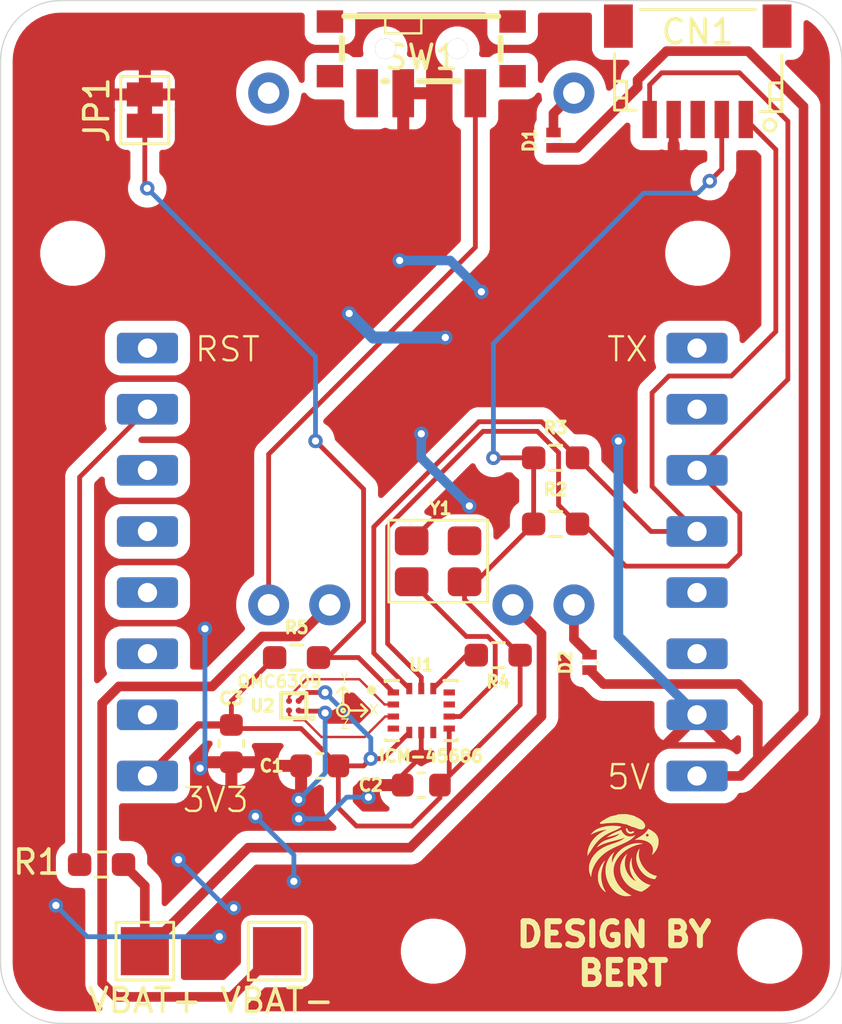
<source format=kicad_pcb>
(kicad_pcb (version 20241229) (generator "pcbnew") (generator_version "9.0")
  (layers (0 "F.Cu" signal) (2 "B.Cu" signal) (13 "F.Paste" user) (15 "B.Paste" user) (5 "F.SilkS" user "F.Silkscreen") (7 "B.SilkS" user "B.Silkscreen") (1 "F.Mask" user) (3 "B.Mask" user) (25 "Edge.Cuts" user))
  (net 0 "")
  (net 1 "Net-(U4-B+)")
  (net 2 "Net-(U3-A0)")
  (net 3 "+3V3")
  (net 4 "SCL")
  (net 5 "SDA")
  (net 6 "Net-(U1-AP_CS)")
  (net 7 "Net-(JP1-B)")
  (net 8 "GND")
  (net 9 "SDX")
  (net 10 "SCX")
  (net 11 "Net-(U4-OUT-)")
  (net 13 "Net-(U4-B-)")
  (net 14 "Net-(U4-IN+)")
  (net 15 "Net-(U4-OUT+)")
  (net 24 "+5V")
  (net 36 "CLK")
  (footprint "Jumper:SolderJumper-2_P1.3mm_Bridged_Pad1.0x1.5mm" (layer "F.Cu") (at 128.5 74.55 -90)
    (property "Reference" "JP1" (at 0 2 90) (layer "F.SilkS"))
    (property "Value" "SolderJumper_2_Bridged" (hide yes))
    (fp_poly (pts (xy -0.25 -0.3) (xy 0.25 -0.3) (xy 0.25 0.3) (xy -0.25 0.3)) (fill yes) (layer "F.Cu"))
    (pad "1" smd rect (at -0.65 0 270) (size 1 1.5) (layers "F.Cu" "F.Mask") (net 8 "GND"))
    (pad "2" smd rect (at 0.65 0 270) (size 1 1.5) (layers "F.Cu" "F.Mask") (net 7 "Net-(JP1-B)"))
  )
  (footprint "PMEG3010ESBYL:SOD993_L1.0-W0.6-LS1.0-RD" (layer "F.Cu") (at 147 97.5 90)
    (property "Reference" "D2" (at 0 -1 90) (layer "F.SilkS") (effects (font (size 0.5 0.5) (thickness 0.125))))
    (property "Value" "PMEG3010ESBYL" (hide yes))
    (pad "1" smd rect (at -0.32 0 90) (size 0.4 0.6) (layers "F.Cu" "F.Mask" "F.Paste") (net 24 "+5V"))
    (pad "2" smd rect (at 0.32 0 90) (size 0.4 0.6) (layers "F.Cu" "F.Mask" "F.Paste") (net 15 "Net-(U4-OUT+)"))
  )
  (footprint "QMC6309-lib:X1-WLB0808-4_L0.8-W0.8-P0.40-TL" (layer "F.Cu") (at 134.7 99.3 180)
    (property "Reference" "U2" (at 1.3 0 0) (layer "F.SilkS") (effects (font (size 0.5 0.5) (thickness 0.125))))
    (property "Value" "QMC6309" (at 0.6 1 0) (layer "F.SilkS") (effects (font (size 0.5 0.5) (thickness 0.1) (bold yes))))
    (pad "A1" smd circle (at -0.2 -0.2 180) (size 0.25 0.25) (layers "F.Cu" "F.Mask" "F.Paste") (net 8 "GND") (clearance 0.1))
    (pad "A2" smd circle (at 0.2 -0.2 180) (size 0.25 0.25) (layers "F.Cu" "F.Mask" "F.Paste") (net 10 "SCX"))
    (pad "B1" smd circle (at -0.2 0.2 180) (size 0.25 0.25) (layers "F.Cu" "F.Mask" "F.Paste") (net 3 "+3V3") (clearance 0.1))
    (pad "B2" smd circle (at 0.2 0.2 180) (size 0.25 0.25) (layers "F.Cu" "F.Mask" "F.Paste") (net 9 "SDX"))
  )
  (footprint "PMEG3010ESBYL:SOD993_L1.0-W0.6-LS1.0-RD" (layer "F.Cu") (at 145.5 75.8 90)
    (property "Reference" "D1" (at 0 -1 90) (layer "F.SilkS") (effects (font (size 0.5 0.5) (thickness 0.125))))
    (property "Value" "PMEG3010ESBYL" (hide yes))
    (pad "1" smd rect (at -0.32 0 90) (size 0.4 0.6) (layers "F.Cu" "F.Mask" "F.Paste") (net 24 "+5V"))
    (pad "2" smd rect (at 0.32 0 90) (size 0.4 0.6) (layers "F.Cu" "F.Mask" "F.Paste") (net 14 "Net-(U4-IN+)"))
  )
  (footprint "Resistor_SMD:R_0603_1608Metric_Pad0.98x0.95mm_HandSolder" (layer "F.Cu") (at 143.2 97.2 180)
    (property "Reference" "R4" (at 0 -1.11 0) (layer "F.SilkS") (effects (font (size 0.5 0.5) (thickness 0.125))))
    (property "Value" "10K" (hide yes))
    (pad "1" smd roundrect (at -0.9125 0 180) (size 0.975 0.95) (layers "F.Cu" "F.Mask" "F.Paste") (net 3 "+3V3"))
    (pad "2" smd roundrect (at 0.9125 0 180) (size 0.975 0.95) (layers "F.Cu" "F.Mask" "F.Paste") (net 6 "Net-(U1-AP_CS)"))
  )
  (footprint "Personal:bird" (layer "F.Cu") (at 148.4 105.5)
    (property "Reference" "G***" (hide yes))
    (property "Value" "LOGO" (hide yes))
  )
  (footprint "Capacitor_SMD:C_0603_1608Metric" (layer "F.Cu") (at 140 102.6 180)
    (property "Reference" "C2" (at 2.1 0 0) (layer "F.SilkS") (effects (font (size 0.5 0.5) (thickness 0.125))))
    (property "Value" "100nF")
    (pad "1" smd roundrect (at -0.775 0 180) (size 0.9 0.95) (layers "F.Cu" "F.Mask" "F.Paste") (net 3 "+3V3"))
    (pad "2" smd roundrect (at 0.775 0 180) (size 0.9 0.95) (layers "F.Cu" "F.Mask" "F.Paste") (net 8 "GND"))
  )
  (footprint "MountingHole:MountingHole_2.2mm_M2" (layer "F.Cu") (at 125.5 80.5)
    (property "Reference" "REF**" (hide yes))
    (property "Value" "MountingHole_2.2mm_M2" (hide yes))
    (pad "" np_thru_hole circle (at 0 0) (size 2.2 2.2) (drill 2.2) (layers "*.Cu" "*.Mask"))
  )
  (footprint "Resistor_SMD:R_0603_1608Metric_Pad0.98x0.95mm_HandSolder" (layer "F.Cu") (at 145.5875 89)
    (property "Reference" "R3" (at 0 -1.25 0) (layer "F.SilkS") (effects (font (size 0.5 0.5) (thickness 0.125))))
    (property "Value" "10K" (hide yes))
    (pad "1" smd roundrect (at -0.9125 0) (size 0.975 0.95) (layers "F.Cu" "F.Mask" "F.Paste") (net 3 "+3V3"))
    (pad "2" smd roundrect (at 0.9125 0) (size 0.975 0.95) (layers "F.Cu" "F.Mask" "F.Paste") (net 5 "SDA"))
  )
  (footprint "Personal:CONN-SMD_SM05B-SRSS-TB-LF-SN" (layer "F.Cu") (at 151.5 73 180)
    (property "Reference" "CN1" (at 0 1.7 0) (layer "F.SilkS"))
    (property "Value" "SM05B-SRSS-TB (LF)(SN)" (hide yes))
    (pad "1" smd rect (at -2 -1.94 180) (size 0.6 1.55) (layers "F.Cu" "F.Mask" "F.Paste") (net 5 "SDA"))
    (pad "2" smd rect (at -1 -1.94 180) (size 0.6 1.55) (layers "F.Cu" "F.Mask" "F.Paste") (net 3 "+3V3"))
    (pad "3" smd rect (at 0 -1.94 180) (size 0.6 1.55) (layers "F.Cu" "F.Mask" "F.Paste"))
    (pad "4" smd rect (at 1 -1.94 180) (size 0.6 1.55) (layers "F.Cu" "F.Mask" "F.Paste") (net 8 "GND"))
    (pad "5" smd rect (at 2 -1.94 180) (size 0.6 1.55) (layers "F.Cu" "F.Mask" "F.Paste") (net 4 "SCL"))
    (pad "6" smd rect (at -3.3 1.94 180) (size 1.2 1.8) (layers "F.Cu" "F.Mask" "F.Paste"))
    (pad "7" smd rect (at 3.3 1.94 180) (size 1.2 1.8) (layers "F.Cu" "F.Mask" "F.Paste"))
  )
  (footprint "TestPoint:TestPoint_Pad_2.0x2.0mm" (layer "F.Cu") (at 128.5 109.5)
    (property "Reference" "H1" (hide yes))
    (property "Value" "VBAT+" (at 0 2.05 0) (layer "F.SilkS"))
    (pad "1" smd rect (at 0 0) (size 2 2) (layers "F.Cu" "F.Mask") (net 1 "Net-(U4-B+)"))
  )
  (footprint "Personal:D1-Mini" (layer "F.Cu") (at 140.04 97.14)
    (property "Reference" "U3" (hide yes))
    (property "Value" "~")
    (fp_text user "5V" (at 7.62 5.715 0) (layer "F.SilkS") (effects (font (thickness 0.1)) (justify left bottom)))
    (fp_text user "3V3" (at -10.04 6.66 0) (layer "F.SilkS") (effects (font (thickness 0.1)) (justify left bottom)))
    (fp_text user "TX" (at 7.62 -12.065 0) (layer "F.SilkS") (effects (font (thickness 0.1)) (justify left bottom)))
    (fp_text user "RST" (at -9.525 -12.065 0) (layer "F.SilkS") (effects (font (thickness 0.1)) (justify left bottom)))
    (pad "1" thru_hole roundrect (at -11.43 -12.7) (size 2.54 1.27) (drill 0.8) (layers "*.Cu" "*.Mask") (roundrect_rratio 0.15))
    (pad "2" thru_hole roundrect (at -11.43 -10.16) (size 2.54 1.27) (drill 0.8) (layers "*.Cu" "*.Mask") (roundrect_rratio 0.15) (net 2 "Net-(U3-A0)"))
    (pad "3" thru_hole roundrect (at -11.43 -7.62) (size 2.54 1.27) (drill 0.8) (layers "*.Cu" "*.Mask") (roundrect_rratio 0.15))
    (pad "4" thru_hole roundrect (at -11.43 -5.08) (size 2.54 1.27) (drill 0.8) (layers "*.Cu" "*.Mask") (roundrect_rratio 0.15))
    (pad "5" thru_hole roundrect (at -11.43 -2.54) (size 2.54 1.27) (drill 0.8) (layers "*.Cu" "*.Mask") (roundrect_rratio 0.15))
    (pad "6" thru_hole roundrect (at -11.43 0) (size 2.54 1.27) (drill 0.8) (layers "*.Cu" "*.Mask") (roundrect_rratio 0.15))
    (pad "7" thru_hole roundrect (at -11.43 2.54) (size 2.54 1.27) (drill 0.8) (layers "*.Cu" "*.Mask") (roundrect_rratio 0.15))
    (pad "8" thru_hole roundrect (at -11.43 5.08) (size 2.54 1.27) (drill 0.8) (layers "*.Cu" "*.Mask") (roundrect_rratio 0.15) (net 3 "+3V3"))
    (pad "9" thru_hole roundrect (at 11.43 -12.7) (size 2.54 1.27) (drill 0.8) (layers "*.Cu" "*.Mask") (roundrect_rratio 0.15))
    (pad "10" thru_hole roundrect (at 11.43 -10.16) (size 2.54 1.27) (drill 0.8) (layers "*.Cu" "*.Mask") (roundrect_rratio 0.15))
    (pad "11" thru_hole roundrect (at 11.43 -7.62) (size 2.54 1.27) (drill 0.8) (layers "*.Cu" "*.Mask") (roundrect_rratio 0.15) (net 4 "SCL"))
    (pad "12" thru_hole roundrect (at 11.43 -5.08) (size 2.54 1.27) (drill 0.8) (layers "*.Cu" "*.Mask") (roundrect_rratio 0.15) (net 5 "SDA"))
    (pad "13" thru_hole roundrect (at 11.43 -2.54) (size 2.54 1.27) (drill 0.8) (layers "*.Cu" "*.Mask") (roundrect_rratio 0.15))
    (pad "14" thru_hole roundrect (at 11.43 0) (size 2.54 1.27) (drill 0.8) (layers "*.Cu" "*.Mask") (roundrect_rratio 0.15))
    (pad "15" thru_hole roundrect (at 11.43 2.54) (size 2.54 1.27) (drill 0.8) (layers "*.Cu" "*.Mask") (roundrect_rratio 0.15) (net 8 "GND"))
    (pad "16" thru_hole roundrect (at 11.43 5.08) (size 2.54 1.27) (drill 0.8) (layers "*.Cu" "*.Mask") (roundrect_rratio 0.15) (net 24 "+5V"))
  )
  (footprint "ICM_45686:IC_ICM-45686" (layer "F.Cu") (at 140 99.5)
    (property "Reference" "U1" (at 0 -1.9 0) (layer "F.SilkS") (effects (font (size 0.5 0.5) (thickness 0.125))))
    (property "Value" "ICM-45686" (at 0.4 1.9 0) (layer "F.SilkS") (effects (font (size 0.5 0.5) (thickness 0.125) (bold yes))))
    (fp_text user "Y" (at -3.4 -1.1 0) (layer "F.SilkS") (effects (font (size 0.4 0.4) (thickness 0.05)) (justify left bottom)))
    (fp_text user "Z" (at -3.4 0.8 0) (layer "F.SilkS") (effects (font (size 0.4 0.4) (thickness 0.05)) (justify left bottom)))
    (fp_text user "X" (at -2.2 0.2 0) (layer "F.SilkS") (effects (font (size 0.4 0.4) (thickness 0.05)) (justify left bottom)))
    (pad "1" smd rect (at -1.1625 -0.75) (size 0.475 0.25) (layers "F.Cu" "F.Paste") (net 7 "Net-(JP1-B)"))
    (pad "2" smd rect (at -1.1625 -0.25) (size 0.475 0.25) (layers "F.Cu" "F.Paste") (net 9 "SDX"))
    (pad "3" smd rect (at -1.1625 0.25) (size 0.475 0.25) (layers "F.Cu" "F.Paste") (net 10 "SCX"))
    (pad "4" smd rect (at -1.1625 0.75) (size 0.475 0.25) (layers "F.Cu" "F.Paste"))
    (pad "5" smd rect (at -0.5 0.9125) (size 0.25 0.475) (layers "F.Cu" "F.Paste") (net 3 "+3V3"))
    (pad "6" smd rect (at 0 0.9125) (size 0.25 0.475) (layers "F.Cu" "F.Paste") (net 8 "GND"))
    (pad "7" smd rect (at 0.5 0.9125) (size 0.25 0.475) (layers "F.Cu" "F.Paste"))
    (pad "8" smd rect (at 1.1625 0.75) (size 0.475 0.25) (layers "F.Cu" "F.Paste") (net 3 "+3V3"))
    (pad "9" smd rect (at 1.1625 0.25) (size 0.475 0.25) (layers "F.Cu" "F.Paste") (net 36 "CLK"))
    (pad "10" smd rect (at 1.1625 -0.25) (size 0.475 0.25) (layers "F.Cu" "F.Paste"))
    (pad "11" smd rect (at 1.1625 -0.75) (size 0.475 0.25) (layers "F.Cu" "F.Paste"))
    (pad "12" smd rect (at 0.5 -0.9125) (size 0.25 0.475) (layers "F.Cu" "F.Paste") (net 6 "Net-(U1-AP_CS)"))
    (pad "13" smd rect (at 0 -0.9125) (size 0.25 0.475) (layers "F.Cu" "F.Paste") (net 4 "SCL"))
    (pad "14" smd rect (at -0.5 -0.9125) (size 0.25 0.475) (layers "F.Cu" "F.Paste") (net 5 "SDA"))
    (zone (net 0) (net_name "") (layer "F.Cu") (connect_pads (clearance 0)) (min_thickness 0.01)
      (keepout (tracks not_allowed) (vias not_allowed) (pads not_allowed) (copperpour not_allowed) (footprints allowed))
      (fill (thermal_gap 0.508) (thermal_bridge_width 0.508))
      (polygon (pts (xy 139.1 98.85) (xy 140.9 98.85) (xy 140.9 100.15) (xy 139.1 100.15)))
    )
  )
  (footprint "Capacitor_SMD:C_0603_1608Metric" (layer "F.Cu") (at 132.1 100.875 -90)
    (property "Reference" "C3" (at -1.875 0 0) (layer "F.SilkS") (effects (font (size 0.5 0.5) (thickness 0.125))))
    (property "Value" "2.2uF")
    (pad "1" smd roundrect (at -0.775 0 270) (size 0.9 0.95) (layers "F.Cu" "F.Mask" "F.Paste") (net 3 "+3V3"))
    (pad "2" smd roundrect (at 0.775 0 270) (size 0.9 0.95) (layers "F.Cu" "F.Mask" "F.Paste") (net 8 "GND"))
  )
  (footprint "MountingHole:MountingHole_2.2mm_M2" (layer "F.Cu") (at 151.5 80.5)
    (property "Reference" "REF**" (hide yes))
    (property "Value" "MountingHole_2.2mm_M2" (hide yes))
    (pad "" np_thru_hole circle (at 0 0) (size 2.2 2.2) (drill 2.2) (layers "*.Cu" "*.Mask"))
  )
  (footprint "Resistor_SMD:R_0603_1608Metric_Pad0.98x0.95mm_HandSolder" (layer "F.Cu") (at 145.5875 91.75)
    (property "Reference" "R2" (at 0 -1.43 0) (layer "F.SilkS") (effects (font (size 0.5 0.5) (thickness 0.125))))
    (property "Value" "10K" (hide yes))
    (pad "1" smd roundrect (at -0.9125 0) (size 0.975 0.95) (layers "F.Cu" "F.Mask" "F.Paste") (net 3 "+3V3"))
    (pad "2" smd roundrect (at 0.9125 0) (size 0.975 0.95) (layers "F.Cu" "F.Mask" "F.Paste") (net 4 "SCL"))
  )
  (footprint "Personal:TP4056-USBC-MODULE" (layer "F.Cu") (at 140 84)
    (property "Reference" "U4" (hide yes))
    (property "Value" "~")
    (pad "1" thru_hole circle (at 6.35 -10.16 90) (size 1.7 1.7) (drill 0.9) (layers "*.Cu" "*.Mask") (net 14 "Net-(U4-IN+)"))
    (pad "2" thru_hole circle (at -6.35 -10.16) (size 1.7 1.7) (drill 0.9) (layers "*.Cu" "*.Mask"))
    (pad "3" thru_hole circle (at 6.35 11.11) (size 1.7 1.7) (drill 0.9) (layers "*.Cu" "*.Mask") (net 15 "Net-(U4-OUT+)"))
    (pad "4" thru_hole circle (at 3.81 11.11) (size 1.7 1.7) (drill 0.9) (layers "*.Cu" "*.Mask") (net 1 "Net-(U4-B+)"))
    (pad "5" thru_hole circle (at -3.81 11.11) (size 1.7 1.7) (drill 0.9) (layers "*.Cu" "*.Mask") (net 13 "Net-(U4-B-)"))
    (pad "6" thru_hole circle (at -6.35 11.11) (size 1.7 1.7) (drill 0.9) (layers "*.Cu" "*.Mask") (net 11 "Net-(U4-OUT-)"))
  )
  (footprint "Personal:SW-SMD_MK-12C02-G020" (layer "F.Cu") (at 140 72.36 180)
    (property "Reference" "SW1" (at 0 0 0) (layer "F.SilkS"))
    (property "Value" "MK-12C02-G020" (hide yes))
    (pad "" thru_hole circle (at -1.5 0.36 180) (size 0.85 0.85) (drill 0.85) (layers "*.Cu" "*.Mask"))
    (pad "" thru_hole circle (at 1.5 0.36 180) (size 0.85 0.85) (drill 0.85) (layers "*.Cu" "*.Mask"))
    (pad "1" smd rect (at -2.25 -1.49 180) (size 0.9 2) (layers "F.Cu" "F.Mask" "F.Paste") (net 11 "Net-(U4-OUT-)"))
    (pad "2" smd rect (at 0.75 -1.49 180) (size 0.9 2) (layers "F.Cu" "F.Mask" "F.Paste") (net 8 "GND"))
    (pad "3" smd rect (at 2.25 -1.49 180) (size 0.9 2) (layers "F.Cu" "F.Mask" "F.Paste"))
    (pad "4" smd rect (at 3.8 -0.78 180) (size 1.1 0.93) (layers "F.Cu" "F.Mask" "F.Paste"))
    (pad "5" smd rect (at 3.8 1.49 180) (size 1.1 0.93) (layers "F.Cu" "F.Mask" "F.Paste"))
    (pad "6" smd rect (at -3.8 1.49 180) (size 1.1 0.93) (layers "F.Cu" "F.Mask" "F.Paste"))
    (pad "7" smd rect (at -3.8 -0.78) (size 1.1 0.93) (layers "F.Cu" "F.Mask" "F.Paste"))
  )
  (footprint "TestPoint:TestPoint_Pad_2.0x2.0mm" (layer "F.Cu") (at 134 109.5)
    (property "Reference" "H2" (hide yes))
    (property "Value" "VBAT-" (at 0 2.05 0) (layer "F.SilkS"))
    (pad "1" smd rect (at 0 0) (size 2 2) (layers "F.Cu" "F.Mask") (net 13 "Net-(U4-B-)"))
  )
  (footprint "Resistor_SMD:R_0603_1608Metric_Pad0.98x0.95mm_HandSolder" (layer "F.Cu") (at 134.8125 97.3)
    (property "Reference" "R5" (at 0 -1.25 0) (layer "F.SilkS") (effects (font (size 0.5 0.5) (thickness 0.125))))
    (property "Value" "10K" (hide yes))
    (pad "1" smd roundrect (at -0.9125 0) (size 0.975 0.95) (layers "F.Cu" "F.Mask" "F.Paste") (net 3 "+3V3"))
    (pad "2" smd roundrect (at 0.9125 0) (size 0.975 0.95) (layers "F.Cu" "F.Mask" "F.Paste") (net 7 "Net-(JP1-B)"))
  )
  (footprint "MountingHole:MountingHole_2.2mm_M2" (layer "F.Cu") (at 154.5 109.5)
    (property "Reference" "REF**" (hide yes))
    (property "Value" "MountingHole_2.2mm_M2" (hide yes))
    (pad "" np_thru_hole circle (at 0 0) (size 2.2 2.2) (drill 2.2) (layers "*.Cu" "*.Mask"))
  )
  (footprint "MountingHole:MountingHole_2.2mm_M2" (layer "F.Cu") (at 140.5 109.5)
    (property "Reference" "REF**" (hide yes))
    (property "Value" "MountingHole_2.2mm_M2" (hide yes))
    (pad "" np_thru_hole circle (at 0 0) (size 2.2 2.2) (drill 2.2) (layers "*.Cu" "*.Mask"))
  )
  (footprint "Capacitor_SMD:C_0603_1608Metric" (layer "F.Cu") (at 135.775 101.8 180)
    (property "Reference" "C1" (at 2 0 0) (layer "F.SilkS") (effects (font (size 0.5 0.5) (thickness 0.125))))
    (property "Value" "100nF")
    (pad "1" smd roundrect (at -0.775 0 180) (size 0.9 0.95) (layers "F.Cu" "F.Mask" "F.Paste") (net 3 "+3V3"))
    (pad "2" smd roundrect (at 0.775 0 180) (size 0.9 0.95) (layers "F.Cu" "F.Mask" "F.Paste") (net 8 "GND"))
  )
  (footprint "Crystal:Crystal_SMD_3225-4Pin_3.2x2.5mm" (layer "F.Cu") (at 140.7 93.3 180)
    (property "Reference" "Y1" (at -0.1 2.2 0) (layer "F.SilkS") (effects (font (size 0.5 0.5) (thickness 0.125))))
    (property "Value" "1532H-24.000JWVDTL" (hide yes))
    (pad "1" smd roundrect (at -1.1 0.85 180) (size 1.4 1.2) (layers "F.Cu" "F.Mask" "F.Paste") (roundrect_rratio 0.208333))
    (pad "2" smd roundrect (at 1.1 0.85 180) (size 1.4 1.2) (layers "F.Cu" "F.Mask" "F.Paste") (roundrect_rratio 0.208333) (net 8 "GND"))
    (pad "3" smd roundrect (at 1.1 -0.85 180) (size 1.4 1.2) (layers "F.Cu" "F.Mask" "F.Paste") (roundrect_rratio 0.208333) (net 36 "CLK"))
    (pad "4" smd roundrect (at -1.1 -0.85 180) (size 1.4 1.2) (layers "F.Cu" "F.Mask" "F.Paste") (roundrect_rratio 0.208333) (net 3 "+3V3"))
  )
  (footprint "Resistor_SMD:R_0603_1608Metric_Pad0.98x0.95mm_HandSolder" (layer "F.Cu") (at 126.7 105.9 180)
    (property "Reference" "R1" (at 2.7 0.1 0) (layer "F.SilkS"))
    (property "Value" "180K")
    (pad "1" smd roundrect (at -0.9125 0 180) (size 0.975 0.95) (layers "F.Cu" "F.Mask" "F.Paste") (net 1 "Net-(U4-B+)"))
    (pad "2" smd roundrect (at 0.9125 0 180) (size 0.975 0.95) (layers "F.Cu" "F.Mask" "F.Paste") (net 2 "Net-(U3-A0)"))
  )
  (gr_line (start 138.64 91.59) (end 138.64 95) (stroke (width 0.1)) (layer "F.SilkS"))
  (gr_line (start 138.64 95) (end 142.7 95) (stroke (width 0.1)) (layer "F.SilkS"))
  (gr_line (start 125 112.5) (end 155 112.5) (stroke (width 0.05)) (layer "Edge.Cuts"))
  (gr_arc (start 157.5 110) (mid 156.767767 111.767767) (end 155 112.5) (stroke (width 0.05)) (layer "Edge.Cuts"))
  (gr_arc (start 125 112.5) (mid 123.232233 111.767767) (end 122.5 110) (stroke (width 0.05)) (layer "Edge.Cuts"))
  (gr_line (start 157.5 110) (end 157.5 72.5) (stroke (width 0.05)) (layer "Edge.Cuts"))
  (gr_arc (start 155 70) (mid 156.767767 70.732233) (end 157.5 72.5) (stroke (width 0.05)) (layer "Edge.Cuts"))
  (gr_arc (start 122.5 72.5) (mid 123.232233 70.732233) (end 125 70) (stroke (width 0.05)) (layer "Edge.Cuts"))
  (gr_line (start 122.5 72.5) (end 122.5 110) (stroke (width 0.05)) (layer "Edge.Cuts"))
  (gr_line (start 155 70) (end 125 70) (stroke (width 0.05)) (layer "Edge.Cuts"))
  (gr_text "DESIGN BY \nBERT" (at 148.4 111 0) (layer "F.SilkS") (effects (font (size 1 1) (thickness 0.25) (bold yes)) (justify bottom)))
  (segment (start 128.5 109.5) (end 132.8 105.2) (width 0.4) (layer "F.Cu") (net 1))
  (segment (start 145.001 96.301) (end 143.81 95.11) (width 0.4) (layer "F.Cu") (net 1))
  (segment (start 145.001 99.740532) (end 145.001 96.301) (width 0.4) (layer "F.Cu") (net 1))
  (segment (start 139.541532 105.2) (end 145.001 99.740532) (width 0.4) (layer "F.Cu") (net 1))
  (segment (start 128.5 109.5) (end 128.5 106.7875) (width 0.4) (layer "F.Cu") (net 1))
  (segment (start 132.8 105.2) (end 139.541532 105.2) (width 0.4) (layer "F.Cu") (net 1))
  (segment (start 128.5 106.7875) (end 127.6125 105.9) (width 0.4) (layer "F.Cu") (net 1))
  (segment (start 125.7875 105.9) (end 125.7875 89.8025) (width 0.2) (layer "F.Cu") (net 2))
  (segment (start 125.7875 89.8025) (end 128.61 86.98) (width 0.2) (layer "F.Cu") (net 2))
  (segment (start 132.25 100.25) (end 135 100.25) (width 0.2) (layer "F.Cu") (net 3))
  (segment (start 139.6 104.3) (end 140.775 103.125) (width 0.2) (layer "F.Cu") (net 3))
  (segment (start 144.675 91.75) (end 144.675 89) (width 0.2) (layer "F.Cu") (net 3))
  (segment (start 136.55 103.55) (end 137.3 104.3) (width 0.2) (layer "F.Cu") (net 3))
  (segment (start 141.8 94.15) (end 142.275 94.15) (width 0.2) (layer "F.Cu") (net 3))
  (segment (start 136.55 101.8) (end 137.6 101.8) (width 0.2) (layer "F.Cu") (net 3))
  (segment (start 140.775 102.6) (end 141.1625 102.2125) (width 0.2) (layer "F.Cu") (net 3))
  (segment (start 140.775 103.125) (end 140.775 102.6) (width 0.2) (layer "F.Cu") (net 3))
  (segment (start 132.1 100.1) (end 132.25 100.25) (width 0.2) (layer "F.Cu") (net 3))
  (segment (start 136 98.75) (end 135.25 98.75) (width 0.2) (layer "F.Cu") (net 3))
  (segment (start 142.275 94.15) (end 144.675 91.75) (width 0.2) (layer "F.Cu") (net 3))
  (segment (start 137.3 104.3) (end 139.6 104.3) (width 0.2) (layer "F.Cu") (net 3))
  (segment (start 141.8 94.8875) (end 144.1125 97.2) (width 0.2) (layer "F.Cu") (net 3))
  (segment (start 136.55 101.8) (end 136.55 103.55) (width 0.2) (layer "F.Cu") (net 3))
  (segment (start 140.775 102.6) (end 144.1125 99.2625) (width 0.2) (layer "F.Cu") (net 3))
  (segment (start 152 77.5) (end 152.5 77) (width 0.2) (layer "F.Cu") (net 3))
  (segment (start 152.5 77) (end 152.5 74.94) (width 0.2) (layer "F.Cu") (net 3))
  (segment (start 130.73 100.1) (end 132.1 100.1) (width 0.3) (layer "F.Cu") (net 3))
  (segment (start 132.1 99.1) (end 133.9 97.3) (width 0.2) (layer "F.Cu") (net 3))
  (segment (start 144.1125 99.2625) (end 144.1125 97.2) (width 0.2) (layer "F.Cu") (net 3))
  (segment (start 141.1625 102.2125) (end 141.1625 100.25) (width 0.2) (layer "F.Cu") (net 3))
  (segment (start 132.1 100.1) (end 132.1 99.1) (width 0.2) (layer "F.Cu") (net 3))
  (segment (start 128.61 102.22) (end 130.73 100.1) (width 0.3) (layer "F.Cu") (net 3))
  (segment (start 141.8 94.15) (end 141.8 94.8875) (width 0.2) (layer "F.Cu") (net 3))
  (segment (start 144.675 89) (end 143 89) (width 0.2) (layer "F.Cu") (net 3))
  (segment (start 137.9 101.5) (end 138.4125 101.5) (width 0.2) (layer "F.Cu") (net 3))
  (segment (start 135.25 98.75) (end 134.926 99.074) (width 0.2) (layer "F.Cu") (net 3))
  (segment (start 137.6 101.8) (end 137.9 101.5) (width 0.2) (layer "F.Cu") (net 3))
  (segment (start 138.4125 101.5) (end 139.5 100.4125) (width 0.2) (layer "F.Cu") (net 3))
  (segment (start 135 100.25) (end 136.55 101.8) (width 0.2) (layer "F.Cu") (net 3))
  (via (at 136 98.75) (size 0.6) (drill 0.3) (layers "F.Cu" "B.Cu") (net 3))
  (via (at 143 89) (size 0.6) (drill 0.3) (layers "F.Cu" "B.Cu") (net 3))
  (via (at 152 77.5) (size 0.6) (drill 0.3) (layers "F.Cu" "B.Cu") (net 3))
  (via (at 137.9 101.5) (size 0.6) (drill 0.3) (layers "F.Cu" "B.Cu") (net 3))
  (segment (start 143 84.25) (end 143 89) (width 0.2) (layer "B.Cu") (net 3))
  (segment (start 137.9 101.5) (end 137.9 100.65) (width 0.2) (layer "B.Cu") (net 3))
  (segment (start 151.5 78) (end 149.25 78) (width 0.2) (layer "B.Cu") (net 3))
  (segment (start 137.9 100.65) (end 136 98.75) (width 0.2) (layer "B.Cu") (net 3))
  (segment (start 149.25 78) (end 143 84.25) (width 0.2) (layer "B.Cu") (net 3))
  (segment (start 152 77.5) (end 151.5 78) (width 0.2) (layer "B.Cu") (net 3))
  (segment (start 138.599 91.86484) (end 142.56384 87.9) (width 0.2) (layer "F.Cu") (net 4))
  (segment (start 155.25 75.013) (end 155.25 85.74) (width 0.2) (layer "F.Cu") (net 4))
  (segment (start 145.7115 90.9615) (end 146.5 91.75) (width 0.2) (layer "F.Cu") (net 4))
  (segment (start 140 98.123) (end 138.599 96.722) (width 0.2) (layer "F.Cu") (net 4))
  (segment (start 151.47 89.52) (end 153.25 91.3) (width 0.2) (layer "F.Cu") (net 4))
  (segment (start 146.75 91.75) (end 146.5 91.75) (width 0.2) (layer "F.Cu") (net 4))
  (segment (start 153.25 91.3) (end 153.25 93) (width 0.2) (layer "F.Cu") (net 4))
  (segment (start 140 98.5875) (end 140 98.123) (width 0.2) (layer "F.Cu") (net 4))
  (segment (start 152.75 93.5) (end 148.5 93.5) (width 0.2) (layer "F.Cu") (net 4))
  (segment (start 155.25 85.74) (end 151.47 89.52) (width 0.2) (layer "F.Cu") (net 4))
  (segment (start 153.237 73) (end 155.25 75.013) (width 0.2) (layer "F.Cu") (net 4))
  (segment (start 145.7115 88.780866) (end 145.7115 90.9615) (width 0.2) (layer "F.Cu") (net 4))
  (segment (start 149.5 73.5) (end 150 73) (width 0.2) (layer "F.Cu") (net 4))
  (segment (start 142.56384 87.9) (end 144.830634 87.9) (width 0.2) (layer "F.Cu") (net 4))
  (segment (start 150 73) (end 153.237 73) (width 0.2) (layer "F.Cu") (net 4))
  (segment (start 149.5 74.94) (end 149.5 73.5) (width 0.2) (layer "F.Cu") (net 4))
  (segment (start 138.599 96.722) (end 138.599 91.86484) (width 0.2) (layer "F.Cu") (net 4))
  (segment (start 153.25 93) (end 152.75 93.5) (width 0.2) (layer "F.Cu") (net 4))
  (segment (start 144.830634 87.9) (end 145.7115 88.780866) (width 0.2) (layer "F.Cu") (net 4))
  (segment (start 148.5 93.5) (end 146.75 91.75) (width 0.2) (layer "F.Cu") (net 4))
  (segment (start 149.56 92.06) (end 146.5 89) (width 0.2) (layer "F.Cu") (net 5))
  (segment (start 151.47 92.06) (end 149.56 92.06) (width 0.2) (layer "F.Cu") (net 5))
  (segment (start 142.39774 87.499) (end 144.999 87.499) (width 0.2) (layer "F.Cu") (net 5))
  (segment (start 154.75 76.19) (end 153.5 74.94) (width 0.2) (layer "F.Cu") (net 5))
  (segment (start 151.47 92.06) (end 149.6 90.19) (width 0.2) (layer "F.Cu") (net 5))
  (segment (start 138.026 91.87074) (end 142.39774 87.499) (width 0.2) (layer "F.Cu") (net 5))
  (segment (start 152.9 85.6) (end 154.75 83.75) (width 0.2) (layer "F.Cu") (net 5))
  (segment (start 150.3 85.6) (end 152.9 85.6) (width 0.2) (layer "F.Cu") (net 5))
  (segment (start 154.75 83.75) (end 154.75 76.19) (width 0.2) (layer "F.Cu") (net 5))
  (segment (start 149.6 90.19) (end 149.6 86.3) (width 0.2) (layer "F.Cu") (net 5))
  (segment (start 138.026 97.1135) (end 138.026 91.87074) (width 0.2) (layer "F.Cu") (net 5))
  (segment (start 149.6 86.3) (end 150.3 85.6) (width 0.2) (layer "F.Cu") (net 5))
  (segment (start 139.5 98.5875) (end 138.026 97.1135) (width 0.2) (layer "F.Cu") (net 5))
  (segment (start 144.999 87.499) (end 146.5 89) (width 0.2) (layer "F.Cu") (net 5))
  (segment (start 141.8875 97.2) (end 140.5 98.5875) (width 0.2) (layer "F.Cu") (net 6))
  (segment (start 142.2875 97.2) (end 141.8875 97.2) (width 0.2) (layer "F.Cu") (net 6))
  (segment (start 137.6 90.3) (end 135.6 88.3) (width 0.2) (layer "F.Cu") (net 7))
  (segment (start 137.3875 97.3) (end 138.8375 98.75) (width 0.2) (layer "F.Cu") (net 7))
  (segment (start 135.725 97.3) (end 137.3875 97.3) (width 0.2) (layer "F.Cu") (net 7))
  (segment (start 136.096586 97.3) (end 137.6 95.796586) (width 0.2) (layer "F.Cu") (net 7))
  (segment (start 128.6 77.8) (end 128.5 77.7) (width 0.2) (layer "F.Cu") (net 7))
  (segment (start 128.5 77.7) (end 128.5 75.2) (width 0.2) (layer "F.Cu") (net 7))
  (segment (start 137.6 95.796586) (end 137.6 90.3) (width 0.2) (layer "F.Cu") (net 7))
  (segment (start 135.725 97.3) (end 136.096586 97.3) (width 0.2) (layer "F.Cu") (net 7))
  (via (at 135.6 88.3) (size 0.6) (drill 0.3) (layers "F.Cu" "B.Cu") (net 7))
  (via (at 128.6 77.8) (size 0.6) (drill 0.3) (layers "F.Cu" "B.Cu") (net 7))
  (segment (start 135.6 84.8) (end 128.6 77.8) (width 0.2) (layer "B.Cu") (net 7))
  (segment (start 135.6 88.3) (end 135.6 84.8) (width 0.2) (layer "B.Cu") (net 7))
  (segment (start 139.225 102.175) (end 139.225 102.6) (width 0.2) (layer "F.Cu") (net 8))
  (segment (start 140 101.4) (end 139.225 102.175) (width 0.2) (layer "F.Cu") (net 8))
  (segment (start 136 99.6) (end 135.926 99.526) (width 0.2) (layer "F.Cu") (net 8))
  (segment (start 135.926 99.526) (end 134.926 99.526) (width 0.2) (layer "F.Cu") (net 8))
  (segment (start 141.05 91) (end 142 91) (width 0.2) (layer "F.Cu") (net 8))
  (segment (start 140 100.4125) (end 140 101.4) (width 0.2) (layer "F.Cu") (net 8))
  (segment (start 139.6 92.45) (end 141.05 91) (width 0.2) (layer "F.Cu") (net 8))
  (via (at 134.9 103.2) (size 0.6) (drill 0.3) (layers "F.Cu" "B.Cu") (net 8))
  (via (at 136 99.6) (size 0.6) (drill 0.3) (layers "F.Cu" "B.Cu") (net 8))
  (via (at 131.6 108.9) (size 0.6) (drill 0.3) (layers "F.Cu" "B.Cu") (net 8))
  (via (at 130.8 101.9) (size 0.6) (drill 0.3) (layers "F.Cu" "B.Cu") (net 8))
  (via (at 133.1 103.9) (size 0.6) (drill 0.3) (layers "F.Cu" "B.Cu") (net 8))
  (via (at 131 96.1) (size 0.6) (drill 0.3) (layers "F.Cu" "B.Cu") (net 8))
  (via (at 140 88) (size 0.6) (drill 0.3) (layers "F.Cu" "B.Cu") (net 8))
  (via (at 142.5 82.1) (size 0.6) (drill 0.3) (layers "F.Cu" "B.Cu") (net 8))
  (via (at 137 83) (size 0.6) (drill 0.3) (layers "F.Cu" "B.Cu") (net 8))
  (via (at 141 84) (size 0.6) (drill 0.3) (layers "F.Cu" "B.Cu") (net 8))
  (via (at 142 91) (size 0.6) (drill 0.3) (layers "F.Cu" "B.Cu") (net 8))
  (via (at 148.2 88.3) (size 0.6) (drill 0.3) (layers "F.Cu" "B.Cu") (net 8))
  (via (at 124.8 107.6) (size 0.6) (drill 0.3) (layers "F.Cu" "B.Cu") (net 8))
  (via (at 134.7 106.6) (size 0.6) (drill 0.3) (layers "F.Cu" "B.Cu") (net 8))
  (via (at 134.9 104) (size 0.6) (drill 0.3) (layers "F.Cu" "B.Cu") (net 8))
  (via (at 139.1 80.8) (size 0.6) (drill 0.3) (layers "F.Cu" "B.Cu") (net 8))
  (via (at 137.8 103.1) (size 0.6) (drill 0.3) (layers "F.Cu" "B.Cu") (net 8))
  (via (at 129.9 105.7) (size 0.6) (drill 0.3) (layers "F.Cu" "B.Cu") (net 8))
  (via (at 132.2 107.7) (size 0.6) (drill 0.3) (layers "F.Cu" "B.Cu") (net 8))
  (segment (start 136.9 103.1) (end 136 104) (width 0.2) (layer "B.Cu") (net 8))
  (segment (start 134.9 103.2) (end 136 102.1) (width 0.2) (layer "B.Cu") (net 8))
  (segment (start 140 89) (end 140 88) (width 0.4) (layer "B.Cu") (net 8))
  (segment (start 138 84) (end 137 83) (width 0.5) (layer "B.Cu") (net 8))
  (segment (start 131 101.7) (end 131 96.1) (width 0.2) (layer "B.Cu") (net 8))
  (segment (start 131.6 108.9) (end 126.1 108.9) (width 0.2) (layer "B.Cu") (net 8))
  (segment (start 130.8 101.9) (end 131 101.7) (width 0.2) (layer "B.Cu") (net 8))
  (segment (start 142 91) (end 140 89) (width 0.4) (layer "B.Cu") (net 8))
  (segment (start 126.1 108.9) (end 124.8 107.6) (width 0.2) (layer "B.Cu") (net 8))
  (segment (start 133.1 103.9) (end 134.7 105.5) (width 0.2) (layer "B.Cu") (net 8))
  (segment (start 137.8 103.1) (end 136.9 103.1) (width 0.2) (layer "B.Cu") (net 8))
  (segment (start 136 104) (end 134.9 104) (width 0.2) (layer "B.Cu") (net 8))
  (segment (start 129.9 105.7) (end 131.9 107.7) (width 0.2) (layer "B.Cu") (net 8))
  (segment (start 148.2 96.41) (end 148.2 88.3) (width 0.4) (layer "B.Cu") (net 8))
  (segment (start 134.7 105.5) (end 134.7 106.6) (width 0.2) (layer "B.Cu") (net 8))
  (segment (start 142.5 82.1) (end 141.2 80.8) (width 0.4) (layer "B.Cu") (net 8))
  (segment (start 141 84) (end 138 84) (width 0.5) (layer "B.Cu") (net 8))
  (segment (start 131.9 107.7) (end 132.2 107.7) (width 0.2) (layer "B.Cu") (net 8))
  (segment (start 136 102.1) (end 136 99.6) (width 0.2) (layer "B.Cu") (net 8))
  (segment (start 141.2 80.8) (end 139.1 80.8) (width 0.4) (layer "B.Cu") (net 8))
  (segment (start 151.47 99.68) (end 148.2 96.41) (width 0.4) (layer "B.Cu") (net 8))
  (segment (start 137.423 98.2) (end 138.473 99.25) (width 0.1) (layer "F.Cu") (net 9))
  (segment (start 138.473 99.25) (end 138.8375 99.25) (width 0.1) (layer "F.Cu") (net 9))
  (segment (start 135.223224 98.2) (end 137.423 98.2) (width 0.1) (layer "F.Cu") (net 9))
  (segment (start 134.5 99.1) (end 134.5 98.923224) (width 0.1) (layer "F.Cu") (net 9))
  (segment (start 134.5 98.923224) (end 135.223224 98.2) (width 0.1) (layer "F.Cu") (net 9))
  (segment (start 138.498 99.75) (end 138.8375 99.75) (width 0.1) (layer "F.Cu") (net 10))
  (segment (start 134.5 99.676776) (end 134.722224 99.899) (width 0.1) (layer "F.Cu") (net 10))
  (segment (start 134.5 99.5) (end 134.5 99.676776) (width 0.1) (layer "F.Cu") (net 10))
  (segment (start 134.722224 99.899) (end 135.145388 99.899) (width 0.1) (layer "F.Cu") (net 10))
  (segment (start 137.648 100.6) (end 138.498 99.75) (width 0.1) (layer "F.Cu") (net 10))
  (segment (start 135.846388 100.6) (end 137.648 100.6) (width 0.1) (layer "F.Cu") (net 10))
  (segment (start 135.145388 99.899) (end 135.846388 100.6) (width 0.1) (layer "F.Cu") (net 10))
  (segment (start 133.65 95.11) (end 133.65 88.85) (width 0.2) (layer "F.Cu") (net 11))
  (segment (start 133.65 88.85) (end 142.25 80.25) (width 0.2) (layer "F.Cu") (net 11))
  (segment (start 142.25 80.25) (end 142.25 74.35) (width 0.2) (layer "F.Cu") (net 11))
  (segment (start 134 109.5) (end 132.1 111.4) (width 0.4) (layer "F.Cu") (net 13))
  (segment (start 132.1 111.4) (end 127.3 111.4) (width 0.4) (layer "F.Cu") (net 13))
  (segment (start 126.724 110.824) (end 126.724 99.200212) (width 0.4) (layer "F.Cu") (net 13))
  (segment (start 126.724 99.200212) (end 127.424212 98.5) (width 0.4) (layer "F.Cu") (net 13))
  (segment (start 133.378944 96.424) (end 134.876 96.424) (width 0.4) (layer "F.Cu") (net 13))
  (segment (start 134.876 96.424) (end 136.19 95.11) (width 0.4) (layer "F.Cu") (net 13))
  (segment (start 131.302944 98.5) (end 133.378944 96.424) (width 0.4) (layer "F.Cu") (net 13))
  (segment (start 127.424212 98.5) (end 131.302944 98.5) (width 0.4) (layer "F.Cu") (net 13))
  (segment (start 127.3 111.4) (end 126.724 110.824) (width 0.4) (layer "F.Cu") (net 13))
  (segment (start 145.5 75.48) (end 145.5 74.69) (width 0.4) (layer "F.Cu") (net 14))
  (segment (start 146.35 73.84) (end 146.35 74.15) (width 0.2) (layer "F.Cu") (net 14))
  (segment (start 146.35 74.15) (end 146.25 74.25) (width 0.2) (layer "F.Cu") (net 14))
  (segment (start 145.5 74.69) (end 146.35 73.84) (width 0.4) (layer "F.Cu") (net 14))
  (segment (start 146.35 96.53) (end 147 97.18) (width 0.4) (layer "F.Cu") (net 15))
  (segment (start 146 95.46) (end 146.35 95.11) (width 0.2) (layer "F.Cu") (net 15))
  (segment (start 146.35 95.11) (end 146.35 96.53) (width 0.4) (layer "F.Cu") (net 15))
  (segment (start 155.9 99.6) (end 153.28 102.22) (width 0.4) (layer "F.Cu") (net 24))
  (segment (start 154 101.5) (end 153.28 102.22) (width 0.4) (layer "F.Cu") (net 24))
  (segment (start 155.9 74.4) (end 155.9 99.6) (width 0.4) (layer "F.Cu") (net 24))
  (segment (start 148.999 73.29248) (end 149.79248 72.499) (width 0.4) (layer "F.Cu") (net 24))
  (segment (start 153.28 102.22) (end 151.47 102.22) (width 0.4) (layer "F.Cu") (net 24))
  (segment (start 147.58 98.4) (end 153.2 98.4) (width 0.4) (layer "F.Cu") (net 24))
  (segment (start 153.6 72.1) (end 155.9 74.4) (width 0.4) (layer "F.Cu") (net 24))
  (segment (start 149.79248 72.499) (end 149.801 72.499) (width 0.4) (layer "F.Cu") (net 24))
  (segment (start 146.48 76.12) (end 148.999 73.601) (width 0.4) (layer "F.Cu") (net 24))
  (segment (start 150.2 72.1) (end 153.6 72.1) (width 0.4) (layer "F.Cu") (net 24))
  (segment (start 145.5 76.12) (end 146.48 76.12) (width 0.4) (layer "F.Cu") (net 24))
  (segment (start 149.801 72.499) (end 150.2 72.1) (width 0.4) (layer "F.Cu") (net 24))
  (segment (start 154 99.2) (end 154 101.5) (width 0.4) (layer "F.Cu") (net 24))
  (segment (start 153.2 98.4) (end 154 99.2) (width 0.4) (layer "F.Cu") (net 24))
  (segment (start 147 97.82) (end 147.58 98.4) (width 0.4) (layer "F.Cu") (net 24))
  (segment (start 148.999 73.601) (end 148.999 73.29248) (width 0.4) (layer "F.Cu") (net 24))
  (segment (start 141.874 96.424) (end 142.767134 96.424) (width 0.2) (layer "F.Cu") (net 36))
  (segment (start 139.6 94.15) (end 141.874 96.424) (width 0.2) (layer "F.Cu") (net 36))
  (segment (start 142.767134 96.424) (end 143.076 96.732866) (width 0.2) (layer "F.Cu") (net 36))
  (segment (start 143.076 98.301) (end 141.627 99.75) (width 0.2) (layer "F.Cu") (net 36))
  (segment (start 143.076 96.732866) (end 143.076 98.301) (width 0.2) (layer "F.Cu") (net 36))
  (segment (start 141.627 99.75) (end 141.1625 99.75) (width 0.2) (layer "F.Cu") (net 36))
  (zone (net 8) (net_name "GND") (layer "F.Cu") (connect_pads (clearance 0.5)) (min_thickness 0.25) (fill yes (thermal_gap 0.5) (thermal_bridge_width 0.5))
    (polygon (pts (xy 122.5 112.5) (xy 122.5 70) (xy 157.5 70) (xy 157.5 112.5)))
  )
)
</source>
